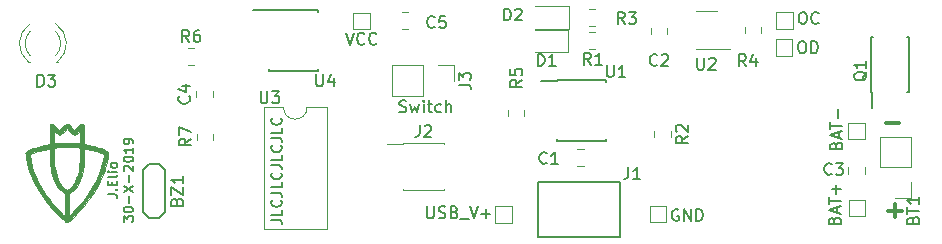
<source format=gbr>
G04 #@! TF.GenerationSoftware,KiCad,Pcbnew,(5.0.1)-4*
G04 #@! TF.CreationDate,2019-10-30T18:23:07+01:00*
G04 #@! TF.ProjectId,PCB,5043422E6B696361645F706362000000,rev?*
G04 #@! TF.SameCoordinates,Original*
G04 #@! TF.FileFunction,Legend,Top*
G04 #@! TF.FilePolarity,Positive*
%FSLAX46Y46*%
G04 Gerber Fmt 4.6, Leading zero omitted, Abs format (unit mm)*
G04 Created by KiCad (PCBNEW (5.0.1)-4) date 30/10/2019 18:23:07*
%MOMM*%
%LPD*%
G01*
G04 APERTURE LIST*
%ADD10C,0.200000*%
%ADD11C,0.150000*%
%ADD12C,0.300000*%
%ADD13C,0.120000*%
%ADD14C,0.010000*%
G04 APERTURE END LIST*
D10*
X121516042Y-118914342D02*
X122158900Y-118914342D01*
X122287471Y-118957200D01*
X122373185Y-119042914D01*
X122416042Y-119171485D01*
X122416042Y-119257200D01*
X122416042Y-118057200D02*
X122416042Y-118485771D01*
X121516042Y-118485771D01*
X122330328Y-117242914D02*
X122373185Y-117285771D01*
X122416042Y-117414342D01*
X122416042Y-117500057D01*
X122373185Y-117628628D01*
X122287471Y-117714342D01*
X122201757Y-117757200D01*
X122030328Y-117800057D01*
X121901757Y-117800057D01*
X121730328Y-117757200D01*
X121644614Y-117714342D01*
X121558900Y-117628628D01*
X121516042Y-117500057D01*
X121516042Y-117414342D01*
X121558900Y-117285771D01*
X121601757Y-117242914D01*
X121516042Y-116600057D02*
X122158900Y-116600057D01*
X122287471Y-116642914D01*
X122373185Y-116728628D01*
X122416042Y-116857200D01*
X122416042Y-116942914D01*
X122416042Y-115742914D02*
X122416042Y-116171485D01*
X121516042Y-116171485D01*
X122330328Y-114928628D02*
X122373185Y-114971485D01*
X122416042Y-115100057D01*
X122416042Y-115185771D01*
X122373185Y-115314342D01*
X122287471Y-115400057D01*
X122201757Y-115442914D01*
X122030328Y-115485771D01*
X121901757Y-115485771D01*
X121730328Y-115442914D01*
X121644614Y-115400057D01*
X121558900Y-115314342D01*
X121516042Y-115185771D01*
X121516042Y-115100057D01*
X121558900Y-114971485D01*
X121601757Y-114928628D01*
X121516042Y-114285771D02*
X122158900Y-114285771D01*
X122287471Y-114328628D01*
X122373185Y-114414342D01*
X122416042Y-114542914D01*
X122416042Y-114628628D01*
X122416042Y-113428628D02*
X122416042Y-113857200D01*
X121516042Y-113857200D01*
X122330328Y-112614342D02*
X122373185Y-112657200D01*
X122416042Y-112785771D01*
X122416042Y-112871485D01*
X122373185Y-113000057D01*
X122287471Y-113085771D01*
X122201757Y-113128628D01*
X122030328Y-113171485D01*
X121901757Y-113171485D01*
X121730328Y-113128628D01*
X121644614Y-113085771D01*
X121558900Y-113000057D01*
X121516042Y-112871485D01*
X121516042Y-112785771D01*
X121558900Y-112657200D01*
X121601757Y-112614342D01*
X121516042Y-111971485D02*
X122158900Y-111971485D01*
X122287471Y-112014342D01*
X122373185Y-112100057D01*
X122416042Y-112228628D01*
X122416042Y-112314342D01*
X122416042Y-111114342D02*
X122416042Y-111542914D01*
X121516042Y-111542914D01*
X122330328Y-110300057D02*
X122373185Y-110342914D01*
X122416042Y-110471485D01*
X122416042Y-110557200D01*
X122373185Y-110685771D01*
X122287471Y-110771485D01*
X122201757Y-110814342D01*
X122030328Y-110857200D01*
X121901757Y-110857200D01*
X121730328Y-110814342D01*
X121644614Y-110771485D01*
X121558900Y-110685771D01*
X121516042Y-110557200D01*
X121516042Y-110471485D01*
X121558900Y-110342914D01*
X121601757Y-110300057D01*
D11*
X107662404Y-116731900D02*
X108233833Y-116731900D01*
X108348119Y-116769995D01*
X108424309Y-116846185D01*
X108462404Y-116960471D01*
X108462404Y-117036661D01*
X108386214Y-116350947D02*
X108424309Y-116312852D01*
X108462404Y-116350947D01*
X108424309Y-116389042D01*
X108386214Y-116350947D01*
X108462404Y-116350947D01*
X108043357Y-115969995D02*
X108043357Y-115703328D01*
X108462404Y-115589042D02*
X108462404Y-115969995D01*
X107662404Y-115969995D01*
X107662404Y-115589042D01*
X108462404Y-115131900D02*
X108424309Y-115208090D01*
X108348119Y-115246185D01*
X107662404Y-115246185D01*
X108462404Y-114827138D02*
X107929071Y-114827138D01*
X107662404Y-114827138D02*
X107700500Y-114865233D01*
X107738595Y-114827138D01*
X107700500Y-114789042D01*
X107662404Y-114827138D01*
X107738595Y-114827138D01*
X108462404Y-114331900D02*
X108424309Y-114408090D01*
X108386214Y-114446185D01*
X108310023Y-114484280D01*
X108081452Y-114484280D01*
X108005261Y-114446185D01*
X107967166Y-114408090D01*
X107929071Y-114331900D01*
X107929071Y-114217614D01*
X107967166Y-114141423D01*
X108005261Y-114103328D01*
X108081452Y-114065233D01*
X108310023Y-114065233D01*
X108386214Y-114103328D01*
X108424309Y-114141423D01*
X108462404Y-114217614D01*
X108462404Y-114331900D01*
X109012404Y-119074757D02*
X109012404Y-118579519D01*
X109317166Y-118846185D01*
X109317166Y-118731900D01*
X109355261Y-118655709D01*
X109393357Y-118617614D01*
X109469547Y-118579519D01*
X109660023Y-118579519D01*
X109736214Y-118617614D01*
X109774309Y-118655709D01*
X109812404Y-118731900D01*
X109812404Y-118960471D01*
X109774309Y-119036661D01*
X109736214Y-119074757D01*
X109012404Y-118084280D02*
X109012404Y-118008090D01*
X109050500Y-117931900D01*
X109088595Y-117893804D01*
X109164785Y-117855709D01*
X109317166Y-117817614D01*
X109507642Y-117817614D01*
X109660023Y-117855709D01*
X109736214Y-117893804D01*
X109774309Y-117931900D01*
X109812404Y-118008090D01*
X109812404Y-118084280D01*
X109774309Y-118160471D01*
X109736214Y-118198566D01*
X109660023Y-118236661D01*
X109507642Y-118274757D01*
X109317166Y-118274757D01*
X109164785Y-118236661D01*
X109088595Y-118198566D01*
X109050500Y-118160471D01*
X109012404Y-118084280D01*
X109507642Y-117474757D02*
X109507642Y-116865233D01*
X109012404Y-116560471D02*
X109812404Y-116027138D01*
X109012404Y-116027138D02*
X109812404Y-116560471D01*
X109507642Y-115722376D02*
X109507642Y-115112852D01*
X109088595Y-114769995D02*
X109050500Y-114731900D01*
X109012404Y-114655709D01*
X109012404Y-114465233D01*
X109050500Y-114389042D01*
X109088595Y-114350947D01*
X109164785Y-114312852D01*
X109240976Y-114312852D01*
X109355261Y-114350947D01*
X109812404Y-114808090D01*
X109812404Y-114312852D01*
X109012404Y-113817614D02*
X109012404Y-113741423D01*
X109050500Y-113665233D01*
X109088595Y-113627138D01*
X109164785Y-113589042D01*
X109317166Y-113550947D01*
X109507642Y-113550947D01*
X109660023Y-113589042D01*
X109736214Y-113627138D01*
X109774309Y-113665233D01*
X109812404Y-113741423D01*
X109812404Y-113817614D01*
X109774309Y-113893804D01*
X109736214Y-113931900D01*
X109660023Y-113969995D01*
X109507642Y-114008090D01*
X109317166Y-114008090D01*
X109164785Y-113969995D01*
X109088595Y-113931900D01*
X109050500Y-113893804D01*
X109012404Y-113817614D01*
X109812404Y-112789042D02*
X109812404Y-113246185D01*
X109812404Y-113017614D02*
X109012404Y-113017614D01*
X109126690Y-113093804D01*
X109202880Y-113169995D01*
X109240976Y-113246185D01*
X109812404Y-112408090D02*
X109812404Y-112255709D01*
X109774309Y-112179519D01*
X109736214Y-112141423D01*
X109621928Y-112065233D01*
X109469547Y-112027138D01*
X109164785Y-112027138D01*
X109088595Y-112065233D01*
X109050500Y-112103328D01*
X109012404Y-112179519D01*
X109012404Y-112331900D01*
X109050500Y-112408090D01*
X109088595Y-112446185D01*
X109164785Y-112484280D01*
X109355261Y-112484280D01*
X109431452Y-112446185D01*
X109469547Y-112408090D01*
X109507642Y-112331900D01*
X109507642Y-112179519D01*
X109469547Y-112103328D01*
X109431452Y-112065233D01*
X109355261Y-112027138D01*
D10*
X132367614Y-109751761D02*
X132510471Y-109799380D01*
X132748566Y-109799380D01*
X132843804Y-109751761D01*
X132891423Y-109704142D01*
X132939042Y-109608904D01*
X132939042Y-109513666D01*
X132891423Y-109418428D01*
X132843804Y-109370809D01*
X132748566Y-109323190D01*
X132558090Y-109275571D01*
X132462852Y-109227952D01*
X132415233Y-109180333D01*
X132367614Y-109085095D01*
X132367614Y-108989857D01*
X132415233Y-108894619D01*
X132462852Y-108847000D01*
X132558090Y-108799380D01*
X132796185Y-108799380D01*
X132939042Y-108847000D01*
X133272376Y-109132714D02*
X133462852Y-109799380D01*
X133653328Y-109323190D01*
X133843804Y-109799380D01*
X134034280Y-109132714D01*
X134415233Y-109799380D02*
X134415233Y-109132714D01*
X134415233Y-108799380D02*
X134367614Y-108847000D01*
X134415233Y-108894619D01*
X134462852Y-108847000D01*
X134415233Y-108799380D01*
X134415233Y-108894619D01*
X134748566Y-109132714D02*
X135129519Y-109132714D01*
X134891423Y-108799380D02*
X134891423Y-109656523D01*
X134939042Y-109751761D01*
X135034280Y-109799380D01*
X135129519Y-109799380D01*
X135891423Y-109751761D02*
X135796185Y-109799380D01*
X135605709Y-109799380D01*
X135510471Y-109751761D01*
X135462852Y-109704142D01*
X135415233Y-109608904D01*
X135415233Y-109323190D01*
X135462852Y-109227952D01*
X135510471Y-109180333D01*
X135605709Y-109132714D01*
X135796185Y-109132714D01*
X135891423Y-109180333D01*
X136319995Y-109799380D02*
X136319995Y-108799380D01*
X136748566Y-109799380D02*
X136748566Y-109275571D01*
X136700947Y-109180333D01*
X136605709Y-109132714D01*
X136462852Y-109132714D01*
X136367614Y-109180333D01*
X136319995Y-109227952D01*
D12*
X173545571Y-110724142D02*
X174688428Y-110724142D01*
X173774171Y-118140942D02*
X174917028Y-118140942D01*
X174345600Y-118712371D02*
X174345600Y-117569514D01*
D11*
G04 #@! TO.C,BZ1*
X112494900Y-114659000D02*
X112494900Y-118259000D01*
X112494900Y-118259000D02*
X111994900Y-118759000D01*
X111994900Y-118759000D02*
X111194900Y-118759000D01*
X111194900Y-118759000D02*
X110694900Y-118259000D01*
X110694900Y-118259000D02*
X110694900Y-114659000D01*
X110694900Y-114659000D02*
X111194900Y-114159000D01*
X111194900Y-114159000D02*
X111994900Y-114159000D01*
X111994900Y-114159000D02*
X112494900Y-114659000D01*
D13*
G04 #@! TO.C,C1*
X147439748Y-112929600D02*
X147962252Y-112929600D01*
X147439748Y-114349600D02*
X147962252Y-114349600D01*
G04 #@! TO.C,C2*
X155065800Y-102698022D02*
X155065800Y-103215178D01*
X153645800Y-102698022D02*
X153645800Y-103215178D01*
G04 #@! TO.C,C3*
X171804400Y-114992678D02*
X171804400Y-114475522D01*
X170384400Y-114992678D02*
X170384400Y-114475522D01*
G04 #@! TO.C,C4*
X115139400Y-108536478D02*
X115139400Y-108019322D01*
X116559400Y-108536478D02*
X116559400Y-108019322D01*
G04 #@! TO.C,D1*
X143821800Y-104731700D02*
X146681800Y-104731700D01*
X146681800Y-104731700D02*
X146681800Y-102811700D01*
X146681800Y-102811700D02*
X143821800Y-102811700D01*
G04 #@! TO.C,D2*
X146732600Y-100830500D02*
X143872600Y-100830500D01*
X146732600Y-102750500D02*
X146732600Y-100830500D01*
X143872600Y-102750500D02*
X146732600Y-102750500D01*
D11*
G04 #@! TO.C,J1*
X144124800Y-115691000D02*
X144124800Y-120391000D01*
X144124800Y-120391000D02*
X151024800Y-120391000D01*
X151024800Y-120391000D02*
X151024800Y-115691000D01*
X151024800Y-115691000D02*
X144124800Y-115691000D01*
D13*
G04 #@! TO.C,J2*
X132646000Y-112436600D02*
X136176000Y-112436600D01*
X132646000Y-116366600D02*
X136176000Y-116366600D01*
X131321000Y-112501600D02*
X132646000Y-112501600D01*
X132646000Y-112436600D02*
X132646000Y-112501600D01*
X136176000Y-112436600D02*
X136176000Y-112501600D01*
X132646000Y-116301600D02*
X132646000Y-116366600D01*
X136176000Y-116301600D02*
X136176000Y-116366600D01*
D11*
G04 #@! TO.C,Q1*
X172263400Y-108065200D02*
X172363400Y-108065200D01*
X172263400Y-103415200D02*
X172463400Y-103415200D01*
X175513400Y-103415200D02*
X175313400Y-103415200D01*
X175513400Y-108065200D02*
X175313400Y-108065200D01*
X172263400Y-108065200D02*
X172263400Y-103415200D01*
X175513400Y-108065200D02*
X175513400Y-103415200D01*
X172363400Y-108065200D02*
X172363400Y-109415200D01*
D13*
G04 #@! TO.C,R1*
X148443048Y-103049000D02*
X148965552Y-103049000D01*
X148443048Y-104469000D02*
X148965552Y-104469000D01*
G04 #@! TO.C,R2*
X153963300Y-111388148D02*
X153963300Y-111910652D01*
X155383300Y-111388148D02*
X155383300Y-111910652D01*
G04 #@! TO.C,R3*
X148446748Y-101080500D02*
X148969252Y-101080500D01*
X148446748Y-102500500D02*
X148969252Y-102500500D01*
G04 #@! TO.C,R4*
X161596000Y-103080452D02*
X161596000Y-102557948D01*
X163016000Y-103080452D02*
X163016000Y-102557948D01*
G04 #@! TO.C,R5*
X141530000Y-109577348D02*
X141530000Y-110099852D01*
X142950000Y-109577348D02*
X142950000Y-110099852D01*
G04 #@! TO.C,R6*
X114470548Y-105764400D02*
X114993052Y-105764400D01*
X114470548Y-104344400D02*
X114993052Y-104344400D01*
G04 #@! TO.C,R7*
X115190200Y-112131852D02*
X115190200Y-111609348D01*
X116610200Y-112131852D02*
X116610200Y-111609348D01*
G04 #@! TO.C,TP1*
X140473200Y-119165600D02*
X140473200Y-117765600D01*
X141873200Y-119165600D02*
X140473200Y-119165600D01*
X141873200Y-117765600D02*
X141873200Y-119165600D01*
X140473200Y-117765600D02*
X141873200Y-117765600D01*
G04 #@! TO.C,TP2*
X170419800Y-118606800D02*
X170419800Y-117206800D01*
X170419800Y-117206800D02*
X171819800Y-117206800D01*
X171819800Y-117206800D02*
X171819800Y-118606800D01*
X171819800Y-118606800D02*
X170419800Y-118606800D01*
G04 #@! TO.C,TP3*
X164234900Y-105017800D02*
X164234900Y-103617800D01*
X165634900Y-105017800D02*
X164234900Y-105017800D01*
X165634900Y-103617800D02*
X165634900Y-105017800D01*
X164234900Y-103617800D02*
X165634900Y-103617800D01*
G04 #@! TO.C,TP4*
X170369000Y-112079000D02*
X170369000Y-110679000D01*
X170369000Y-110679000D02*
X171769000Y-110679000D01*
X171769000Y-110679000D02*
X171769000Y-112079000D01*
X171769000Y-112079000D02*
X170369000Y-112079000D01*
G04 #@! TO.C,TP5*
X164260300Y-101357200D02*
X165660300Y-101357200D01*
X165660300Y-101357200D02*
X165660300Y-102757200D01*
X165660300Y-102757200D02*
X164260300Y-102757200D01*
X164260300Y-102757200D02*
X164260300Y-101357200D01*
G04 #@! TO.C,TP6*
X153579600Y-117714800D02*
X154979600Y-117714800D01*
X154979600Y-117714800D02*
X154979600Y-119114800D01*
X154979600Y-119114800D02*
X153579600Y-119114800D01*
X153579600Y-119114800D02*
X153579600Y-117714800D01*
G04 #@! TO.C,TP7*
X128471700Y-102769900D02*
X128471700Y-101369900D01*
X129871700Y-102769900D02*
X128471700Y-102769900D01*
X129871700Y-101369900D02*
X129871700Y-102769900D01*
X128471700Y-101369900D02*
X129871700Y-101369900D01*
D11*
G04 #@! TO.C,U1*
X145735200Y-107152200D02*
X144335200Y-107152200D01*
X145735200Y-112252200D02*
X149885200Y-112252200D01*
X145735200Y-107102200D02*
X149885200Y-107102200D01*
X145735200Y-112252200D02*
X145735200Y-112107200D01*
X149885200Y-112252200D02*
X149885200Y-112107200D01*
X149885200Y-107102200D02*
X149885200Y-107247200D01*
X145735200Y-107102200D02*
X145735200Y-107152200D01*
D13*
G04 #@! TO.C,U2*
X159239800Y-101237100D02*
X157439800Y-101237100D01*
X157439800Y-104457100D02*
X160389800Y-104457100D01*
G04 #@! TO.C,U3*
X124545600Y-109388600D02*
G75*
G02X122545600Y-109388600I-1000000J0D01*
G01*
X122545600Y-109388600D02*
X120895600Y-109388600D01*
X120895600Y-109388600D02*
X120895600Y-119668600D01*
X120895600Y-119668600D02*
X126195600Y-119668600D01*
X126195600Y-119668600D02*
X126195600Y-109388600D01*
X126195600Y-109388600D02*
X124545600Y-109388600D01*
D11*
G04 #@! TO.C,U4*
X121343600Y-101133200D02*
X121343600Y-101183200D01*
X125493600Y-101133200D02*
X125493600Y-101278200D01*
X125493600Y-106283200D02*
X125493600Y-106138200D01*
X121343600Y-106283200D02*
X121343600Y-106138200D01*
X121343600Y-101133200D02*
X125493600Y-101133200D01*
X121343600Y-106283200D02*
X125493600Y-106283200D01*
X121343600Y-101183200D02*
X119943600Y-101183200D01*
D14*
G04 #@! TO.C,G\002A\002A\002A*
G36*
X104252288Y-110764068D02*
X104298194Y-110789315D01*
X104359930Y-110837155D01*
X104443505Y-110912300D01*
X104554932Y-111019464D01*
X104569350Y-111033607D01*
X104851200Y-111310515D01*
X105141320Y-111033607D01*
X105263314Y-110919178D01*
X105356645Y-110838137D01*
X105427860Y-110787252D01*
X105483505Y-110763293D01*
X105530127Y-110763028D01*
X105574271Y-110783226D01*
X105604036Y-110805229D01*
X105664000Y-110853758D01*
X105671348Y-111681296D01*
X105678696Y-112508833D01*
X105734848Y-112520766D01*
X105790014Y-112531834D01*
X105874081Y-112548004D01*
X105943400Y-112561029D01*
X106091107Y-112591787D01*
X106271729Y-112634454D01*
X106469954Y-112684965D01*
X106670471Y-112739255D01*
X106857972Y-112793261D01*
X107017146Y-112842919D01*
X107061000Y-112857711D01*
X107267501Y-112931080D01*
X107429033Y-112993035D01*
X107549654Y-113045460D01*
X107633424Y-113090238D01*
X107684402Y-113129251D01*
X107703473Y-113155671D01*
X107715527Y-113222380D01*
X107712804Y-113330646D01*
X107696762Y-113473891D01*
X107668855Y-113645537D01*
X107630541Y-113839004D01*
X107583275Y-114047713D01*
X107528515Y-114265086D01*
X107467716Y-114484544D01*
X107402334Y-114699508D01*
X107333826Y-114903399D01*
X107290564Y-115020988D01*
X107045884Y-115594561D01*
X106753613Y-116162196D01*
X106416943Y-116719335D01*
X106039063Y-117261420D01*
X105623164Y-117783890D01*
X105172437Y-118282189D01*
X104690073Y-118751756D01*
X104660700Y-118778459D01*
X104520991Y-118902780D01*
X104411677Y-118994543D01*
X104327599Y-119057477D01*
X104263599Y-119095310D01*
X104214519Y-119111769D01*
X104197492Y-119113205D01*
X104159046Y-119097627D01*
X104094265Y-119055961D01*
X104014715Y-118995946D01*
X103981592Y-118968738D01*
X103673155Y-118698552D01*
X103373560Y-118415737D01*
X103099244Y-118135948D01*
X103039831Y-118071900D01*
X102588785Y-117548922D01*
X102183409Y-117014236D01*
X101824492Y-116469296D01*
X101512821Y-115915555D01*
X101249184Y-115354466D01*
X101034370Y-114787483D01*
X100869166Y-114216059D01*
X100812247Y-113962878D01*
X100777261Y-113781209D01*
X100748203Y-113608282D01*
X100726101Y-113452253D01*
X100713249Y-113333014D01*
X101050634Y-113333014D01*
X101067015Y-113460907D01*
X101149875Y-113937948D01*
X101277271Y-114429049D01*
X101447223Y-114927855D01*
X101657748Y-115428014D01*
X101724938Y-115570000D01*
X101934229Y-115977857D01*
X102156272Y-116362021D01*
X102397917Y-116732575D01*
X102666013Y-117099602D01*
X102967409Y-117473184D01*
X103201548Y-117743630D01*
X103290625Y-117841293D01*
X103394262Y-117950611D01*
X103506495Y-118065755D01*
X103621357Y-118180901D01*
X103732882Y-118290221D01*
X103835105Y-118387890D01*
X103922059Y-118468080D01*
X103987779Y-118524966D01*
X104026299Y-118552721D01*
X104031828Y-118554500D01*
X104036194Y-118530032D01*
X104040213Y-118460357D01*
X104043771Y-118351068D01*
X104046753Y-118207756D01*
X104049045Y-118036014D01*
X104050531Y-117841434D01*
X104051097Y-117629609D01*
X104051100Y-117615352D01*
X104051100Y-116679749D01*
X104381300Y-116679749D01*
X104381300Y-117617124D01*
X104381733Y-117829670D01*
X104382967Y-118025330D01*
X104384902Y-118198506D01*
X104387439Y-118343599D01*
X104390480Y-118455014D01*
X104393924Y-118527151D01*
X104397673Y-118554413D01*
X104397900Y-118554500D01*
X104420726Y-118537579D01*
X104473089Y-118490825D01*
X104548527Y-118420244D01*
X104640580Y-118331847D01*
X104705176Y-118268750D01*
X105185080Y-117766911D01*
X105621632Y-117248069D01*
X106013855Y-116713960D01*
X106360768Y-116166321D01*
X106661395Y-115606886D01*
X106914755Y-115037393D01*
X107119871Y-114459577D01*
X107275764Y-113875174D01*
X107328916Y-113614200D01*
X107349560Y-113498484D01*
X107360397Y-113422378D01*
X107361602Y-113375686D01*
X107353350Y-113348207D01*
X107335815Y-113329743D01*
X107333823Y-113328202D01*
X107282107Y-113300920D01*
X107188950Y-113263922D01*
X107062263Y-113219525D01*
X106909959Y-113170050D01*
X106739950Y-113117814D01*
X106560146Y-113065138D01*
X106378462Y-113014338D01*
X106202808Y-112967736D01*
X106041097Y-112927649D01*
X105901241Y-112896396D01*
X105792712Y-112876529D01*
X105676700Y-112859131D01*
X105676323Y-113198565D01*
X105662832Y-113727722D01*
X105623748Y-114219348D01*
X105559334Y-114672251D01*
X105469851Y-115085239D01*
X105355561Y-115457117D01*
X105216726Y-115786694D01*
X105053609Y-116072777D01*
X105041116Y-116091396D01*
X104935147Y-116229819D01*
X104809215Y-116366493D01*
X104676635Y-116488437D01*
X104550723Y-116582667D01*
X104515160Y-116604202D01*
X104381300Y-116679749D01*
X104051100Y-116679749D01*
X104051100Y-116676204D01*
X103968550Y-116634457D01*
X103771587Y-116508071D01*
X103585731Y-116335302D01*
X103413723Y-116119875D01*
X103258306Y-115865514D01*
X103122223Y-115575944D01*
X103052036Y-115389867D01*
X102969303Y-115125479D01*
X102902169Y-114852914D01*
X102849411Y-114564016D01*
X102809805Y-114250633D01*
X102782129Y-113904612D01*
X102765161Y-113517798D01*
X102763772Y-113467723D01*
X102747978Y-112864046D01*
X102656589Y-112879739D01*
X102241172Y-112964825D01*
X101807546Y-113079348D01*
X101374785Y-113218239D01*
X101350717Y-113226722D01*
X101050634Y-113333014D01*
X100713249Y-113333014D01*
X100711984Y-113321279D01*
X100706880Y-113223517D01*
X100711817Y-113167125D01*
X100711882Y-113166918D01*
X100742355Y-113128127D01*
X100803405Y-113082269D01*
X100849355Y-113056081D01*
X100976723Y-112998989D01*
X101144296Y-112935103D01*
X101342415Y-112867340D01*
X101489947Y-112821042D01*
X103105580Y-112821042D01*
X103118110Y-113509721D01*
X103123245Y-113745598D01*
X103129584Y-113939513D01*
X103137715Y-114100304D01*
X103148222Y-114236805D01*
X103161692Y-114357852D01*
X103178711Y-114472280D01*
X103183992Y-114503200D01*
X103261813Y-114883938D01*
X103354662Y-115219587D01*
X103464065Y-115514029D01*
X103591550Y-115771148D01*
X103738643Y-115994828D01*
X103801337Y-116073462D01*
X103870491Y-116145158D01*
X103956149Y-116219092D01*
X104046269Y-116286489D01*
X104128811Y-116338574D01*
X104191734Y-116366573D01*
X104206955Y-116369059D01*
X104247571Y-116356112D01*
X104315458Y-116321059D01*
X104396502Y-116271250D01*
X104402974Y-116266953D01*
X104582677Y-116117699D01*
X104744691Y-115923117D01*
X104888227Y-115685787D01*
X105012496Y-115408289D01*
X105116708Y-115093203D01*
X105200072Y-114743107D01*
X105261798Y-114360582D01*
X105301098Y-113948207D01*
X105317181Y-113508561D01*
X105316348Y-113284000D01*
X105308400Y-112801400D01*
X105168700Y-112783912D01*
X105016949Y-112769137D01*
X104833549Y-112758079D01*
X104626931Y-112750643D01*
X104405522Y-112746738D01*
X104177753Y-112746269D01*
X103952053Y-112749145D01*
X103736852Y-112755271D01*
X103540580Y-112764556D01*
X103371665Y-112776905D01*
X103238538Y-112792226D01*
X103165590Y-112806022D01*
X103105580Y-112821042D01*
X101489947Y-112821042D01*
X101561419Y-112798613D01*
X101791651Y-112731838D01*
X102023451Y-112669928D01*
X102247160Y-112615800D01*
X102450900Y-112572793D01*
X102554750Y-112552390D01*
X102643043Y-112534191D01*
X102701074Y-112521256D01*
X102711250Y-112518615D01*
X102723604Y-112511985D01*
X102733443Y-112496462D01*
X102741049Y-112466808D01*
X102746707Y-112417787D01*
X102750701Y-112344163D01*
X102753313Y-112240700D01*
X102754827Y-112102162D01*
X102755528Y-111923311D01*
X102755699Y-111698912D01*
X102755700Y-111698213D01*
X102755820Y-111474020D01*
X102756287Y-111332090D01*
X103111300Y-111332090D01*
X103111300Y-112461150D01*
X103333550Y-112440775D01*
X103420386Y-112435211D01*
X103548328Y-112430227D01*
X103707683Y-112426038D01*
X103888757Y-112422864D01*
X104081859Y-112420921D01*
X104241600Y-112420400D01*
X104435513Y-112421107D01*
X104623646Y-112423100D01*
X104796699Y-112426179D01*
X104945376Y-112430148D01*
X105060378Y-112434810D01*
X105124250Y-112439126D01*
X105321100Y-112457852D01*
X105321100Y-111332090D01*
X105120816Y-111526995D01*
X105026995Y-111616961D01*
X104952884Y-111678889D01*
X104890091Y-111711665D01*
X104830227Y-111714177D01*
X104764899Y-111685311D01*
X104685717Y-111623953D01*
X104584289Y-111528992D01*
X104498049Y-111444379D01*
X104216200Y-111166858D01*
X103930765Y-111444379D01*
X103811453Y-111558160D01*
X103721180Y-111638616D01*
X103654683Y-111689894D01*
X103606701Y-111716138D01*
X103578598Y-111721900D01*
X103533337Y-111709867D01*
X103472178Y-111670814D01*
X103389052Y-111600311D01*
X103311583Y-111526995D01*
X103111300Y-111332090D01*
X102756287Y-111332090D01*
X102756410Y-111294980D01*
X102757808Y-111155445D01*
X102760354Y-111049769D01*
X102764389Y-110972306D01*
X102770252Y-110917407D01*
X102778283Y-110879426D01*
X102788822Y-110852716D01*
X102802209Y-110831630D01*
X102808343Y-110823625D01*
X102848746Y-110780553D01*
X102890356Y-110759262D01*
X102939059Y-110762367D01*
X103000739Y-110792484D01*
X103081283Y-110852226D01*
X103186575Y-110944210D01*
X103284557Y-111035203D01*
X103580340Y-111313707D01*
X103862620Y-111035203D01*
X103977385Y-110923818D01*
X104063675Y-110845014D01*
X104127491Y-110794065D01*
X104174834Y-110766242D01*
X104211707Y-110756820D01*
X104216199Y-110756700D01*
X104252288Y-110764068D01*
X104252288Y-110764068D01*
G37*
X104252288Y-110764068D02*
X104298194Y-110789315D01*
X104359930Y-110837155D01*
X104443505Y-110912300D01*
X104554932Y-111019464D01*
X104569350Y-111033607D01*
X104851200Y-111310515D01*
X105141320Y-111033607D01*
X105263314Y-110919178D01*
X105356645Y-110838137D01*
X105427860Y-110787252D01*
X105483505Y-110763293D01*
X105530127Y-110763028D01*
X105574271Y-110783226D01*
X105604036Y-110805229D01*
X105664000Y-110853758D01*
X105671348Y-111681296D01*
X105678696Y-112508833D01*
X105734848Y-112520766D01*
X105790014Y-112531834D01*
X105874081Y-112548004D01*
X105943400Y-112561029D01*
X106091107Y-112591787D01*
X106271729Y-112634454D01*
X106469954Y-112684965D01*
X106670471Y-112739255D01*
X106857972Y-112793261D01*
X107017146Y-112842919D01*
X107061000Y-112857711D01*
X107267501Y-112931080D01*
X107429033Y-112993035D01*
X107549654Y-113045460D01*
X107633424Y-113090238D01*
X107684402Y-113129251D01*
X107703473Y-113155671D01*
X107715527Y-113222380D01*
X107712804Y-113330646D01*
X107696762Y-113473891D01*
X107668855Y-113645537D01*
X107630541Y-113839004D01*
X107583275Y-114047713D01*
X107528515Y-114265086D01*
X107467716Y-114484544D01*
X107402334Y-114699508D01*
X107333826Y-114903399D01*
X107290564Y-115020988D01*
X107045884Y-115594561D01*
X106753613Y-116162196D01*
X106416943Y-116719335D01*
X106039063Y-117261420D01*
X105623164Y-117783890D01*
X105172437Y-118282189D01*
X104690073Y-118751756D01*
X104660700Y-118778459D01*
X104520991Y-118902780D01*
X104411677Y-118994543D01*
X104327599Y-119057477D01*
X104263599Y-119095310D01*
X104214519Y-119111769D01*
X104197492Y-119113205D01*
X104159046Y-119097627D01*
X104094265Y-119055961D01*
X104014715Y-118995946D01*
X103981592Y-118968738D01*
X103673155Y-118698552D01*
X103373560Y-118415737D01*
X103099244Y-118135948D01*
X103039831Y-118071900D01*
X102588785Y-117548922D01*
X102183409Y-117014236D01*
X101824492Y-116469296D01*
X101512821Y-115915555D01*
X101249184Y-115354466D01*
X101034370Y-114787483D01*
X100869166Y-114216059D01*
X100812247Y-113962878D01*
X100777261Y-113781209D01*
X100748203Y-113608282D01*
X100726101Y-113452253D01*
X100713249Y-113333014D01*
X101050634Y-113333014D01*
X101067015Y-113460907D01*
X101149875Y-113937948D01*
X101277271Y-114429049D01*
X101447223Y-114927855D01*
X101657748Y-115428014D01*
X101724938Y-115570000D01*
X101934229Y-115977857D01*
X102156272Y-116362021D01*
X102397917Y-116732575D01*
X102666013Y-117099602D01*
X102967409Y-117473184D01*
X103201548Y-117743630D01*
X103290625Y-117841293D01*
X103394262Y-117950611D01*
X103506495Y-118065755D01*
X103621357Y-118180901D01*
X103732882Y-118290221D01*
X103835105Y-118387890D01*
X103922059Y-118468080D01*
X103987779Y-118524966D01*
X104026299Y-118552721D01*
X104031828Y-118554500D01*
X104036194Y-118530032D01*
X104040213Y-118460357D01*
X104043771Y-118351068D01*
X104046753Y-118207756D01*
X104049045Y-118036014D01*
X104050531Y-117841434D01*
X104051097Y-117629609D01*
X104051100Y-117615352D01*
X104051100Y-116679749D01*
X104381300Y-116679749D01*
X104381300Y-117617124D01*
X104381733Y-117829670D01*
X104382967Y-118025330D01*
X104384902Y-118198506D01*
X104387439Y-118343599D01*
X104390480Y-118455014D01*
X104393924Y-118527151D01*
X104397673Y-118554413D01*
X104397900Y-118554500D01*
X104420726Y-118537579D01*
X104473089Y-118490825D01*
X104548527Y-118420244D01*
X104640580Y-118331847D01*
X104705176Y-118268750D01*
X105185080Y-117766911D01*
X105621632Y-117248069D01*
X106013855Y-116713960D01*
X106360768Y-116166321D01*
X106661395Y-115606886D01*
X106914755Y-115037393D01*
X107119871Y-114459577D01*
X107275764Y-113875174D01*
X107328916Y-113614200D01*
X107349560Y-113498484D01*
X107360397Y-113422378D01*
X107361602Y-113375686D01*
X107353350Y-113348207D01*
X107335815Y-113329743D01*
X107333823Y-113328202D01*
X107282107Y-113300920D01*
X107188950Y-113263922D01*
X107062263Y-113219525D01*
X106909959Y-113170050D01*
X106739950Y-113117814D01*
X106560146Y-113065138D01*
X106378462Y-113014338D01*
X106202808Y-112967736D01*
X106041097Y-112927649D01*
X105901241Y-112896396D01*
X105792712Y-112876529D01*
X105676700Y-112859131D01*
X105676323Y-113198565D01*
X105662832Y-113727722D01*
X105623748Y-114219348D01*
X105559334Y-114672251D01*
X105469851Y-115085239D01*
X105355561Y-115457117D01*
X105216726Y-115786694D01*
X105053609Y-116072777D01*
X105041116Y-116091396D01*
X104935147Y-116229819D01*
X104809215Y-116366493D01*
X104676635Y-116488437D01*
X104550723Y-116582667D01*
X104515160Y-116604202D01*
X104381300Y-116679749D01*
X104051100Y-116679749D01*
X104051100Y-116676204D01*
X103968550Y-116634457D01*
X103771587Y-116508071D01*
X103585731Y-116335302D01*
X103413723Y-116119875D01*
X103258306Y-115865514D01*
X103122223Y-115575944D01*
X103052036Y-115389867D01*
X102969303Y-115125479D01*
X102902169Y-114852914D01*
X102849411Y-114564016D01*
X102809805Y-114250633D01*
X102782129Y-113904612D01*
X102765161Y-113517798D01*
X102763772Y-113467723D01*
X102747978Y-112864046D01*
X102656589Y-112879739D01*
X102241172Y-112964825D01*
X101807546Y-113079348D01*
X101374785Y-113218239D01*
X101350717Y-113226722D01*
X101050634Y-113333014D01*
X100713249Y-113333014D01*
X100711984Y-113321279D01*
X100706880Y-113223517D01*
X100711817Y-113167125D01*
X100711882Y-113166918D01*
X100742355Y-113128127D01*
X100803405Y-113082269D01*
X100849355Y-113056081D01*
X100976723Y-112998989D01*
X101144296Y-112935103D01*
X101342415Y-112867340D01*
X101489947Y-112821042D01*
X103105580Y-112821042D01*
X103118110Y-113509721D01*
X103123245Y-113745598D01*
X103129584Y-113939513D01*
X103137715Y-114100304D01*
X103148222Y-114236805D01*
X103161692Y-114357852D01*
X103178711Y-114472280D01*
X103183992Y-114503200D01*
X103261813Y-114883938D01*
X103354662Y-115219587D01*
X103464065Y-115514029D01*
X103591550Y-115771148D01*
X103738643Y-115994828D01*
X103801337Y-116073462D01*
X103870491Y-116145158D01*
X103956149Y-116219092D01*
X104046269Y-116286489D01*
X104128811Y-116338574D01*
X104191734Y-116366573D01*
X104206955Y-116369059D01*
X104247571Y-116356112D01*
X104315458Y-116321059D01*
X104396502Y-116271250D01*
X104402974Y-116266953D01*
X104582677Y-116117699D01*
X104744691Y-115923117D01*
X104888227Y-115685787D01*
X105012496Y-115408289D01*
X105116708Y-115093203D01*
X105200072Y-114743107D01*
X105261798Y-114360582D01*
X105301098Y-113948207D01*
X105317181Y-113508561D01*
X105316348Y-113284000D01*
X105308400Y-112801400D01*
X105168700Y-112783912D01*
X105016949Y-112769137D01*
X104833549Y-112758079D01*
X104626931Y-112750643D01*
X104405522Y-112746738D01*
X104177753Y-112746269D01*
X103952053Y-112749145D01*
X103736852Y-112755271D01*
X103540580Y-112764556D01*
X103371665Y-112776905D01*
X103238538Y-112792226D01*
X103165590Y-112806022D01*
X103105580Y-112821042D01*
X101489947Y-112821042D01*
X101561419Y-112798613D01*
X101791651Y-112731838D01*
X102023451Y-112669928D01*
X102247160Y-112615800D01*
X102450900Y-112572793D01*
X102554750Y-112552390D01*
X102643043Y-112534191D01*
X102701074Y-112521256D01*
X102711250Y-112518615D01*
X102723604Y-112511985D01*
X102733443Y-112496462D01*
X102741049Y-112466808D01*
X102746707Y-112417787D01*
X102750701Y-112344163D01*
X102753313Y-112240700D01*
X102754827Y-112102162D01*
X102755528Y-111923311D01*
X102755699Y-111698912D01*
X102755700Y-111698213D01*
X102755820Y-111474020D01*
X102756287Y-111332090D01*
X103111300Y-111332090D01*
X103111300Y-112461150D01*
X103333550Y-112440775D01*
X103420386Y-112435211D01*
X103548328Y-112430227D01*
X103707683Y-112426038D01*
X103888757Y-112422864D01*
X104081859Y-112420921D01*
X104241600Y-112420400D01*
X104435513Y-112421107D01*
X104623646Y-112423100D01*
X104796699Y-112426179D01*
X104945376Y-112430148D01*
X105060378Y-112434810D01*
X105124250Y-112439126D01*
X105321100Y-112457852D01*
X105321100Y-111332090D01*
X105120816Y-111526995D01*
X105026995Y-111616961D01*
X104952884Y-111678889D01*
X104890091Y-111711665D01*
X104830227Y-111714177D01*
X104764899Y-111685311D01*
X104685717Y-111623953D01*
X104584289Y-111528992D01*
X104498049Y-111444379D01*
X104216200Y-111166858D01*
X103930765Y-111444379D01*
X103811453Y-111558160D01*
X103721180Y-111638616D01*
X103654683Y-111689894D01*
X103606701Y-111716138D01*
X103578598Y-111721900D01*
X103533337Y-111709867D01*
X103472178Y-111670814D01*
X103389052Y-111600311D01*
X103311583Y-111526995D01*
X103111300Y-111332090D01*
X102756287Y-111332090D01*
X102756410Y-111294980D01*
X102757808Y-111155445D01*
X102760354Y-111049769D01*
X102764389Y-110972306D01*
X102770252Y-110917407D01*
X102778283Y-110879426D01*
X102788822Y-110852716D01*
X102802209Y-110831630D01*
X102808343Y-110823625D01*
X102848746Y-110780553D01*
X102890356Y-110759262D01*
X102939059Y-110762367D01*
X103000739Y-110792484D01*
X103081283Y-110852226D01*
X103186575Y-110944210D01*
X103284557Y-111035203D01*
X103580340Y-111313707D01*
X103862620Y-111035203D01*
X103977385Y-110923818D01*
X104063675Y-110845014D01*
X104127491Y-110794065D01*
X104174834Y-110766242D01*
X104211707Y-110756820D01*
X104216199Y-110756700D01*
X104252288Y-110764068D01*
D13*
G04 #@! TO.C,D3*
X101105592Y-102315265D02*
G75*
G03X100948684Y-105547600I1078608J-1672335D01*
G01*
X103262808Y-102315265D02*
G75*
G02X103419716Y-105547600I-1078608J-1672335D01*
G01*
X101104363Y-102946470D02*
G75*
G03X101104200Y-105028561I1079837J-1041130D01*
G01*
X103264037Y-102946470D02*
G75*
G02X103264200Y-105028561I-1079837J-1041130D01*
G01*
X100948200Y-105547600D02*
X101104200Y-105547600D01*
X103264200Y-105547600D02*
X103420200Y-105547600D01*
G04 #@! TO.C,BT1*
X175675600Y-117065100D02*
X174345600Y-117065100D01*
X175675600Y-115735100D02*
X175675600Y-117065100D01*
X175675600Y-114465100D02*
X173015600Y-114465100D01*
X173015600Y-114465100D02*
X173015600Y-111865100D01*
X175675600Y-114465100D02*
X175675600Y-111865100D01*
X175675600Y-111865100D02*
X173015600Y-111865100D01*
G04 #@! TO.C,J3*
X131753300Y-105794500D02*
X131753300Y-108454500D01*
X134353300Y-105794500D02*
X131753300Y-105794500D01*
X134353300Y-108454500D02*
X131753300Y-108454500D01*
X134353300Y-105794500D02*
X134353300Y-108454500D01*
X135623300Y-105794500D02*
X136953300Y-105794500D01*
X136953300Y-105794500D02*
X136953300Y-107124500D01*
G04 #@! TO.C,C5*
X132551648Y-101347200D02*
X133074152Y-101347200D01*
X132551648Y-102767200D02*
X133074152Y-102767200D01*
G04 #@! TO.C,BZ1*
D11*
X113523471Y-117369952D02*
X113571090Y-117227095D01*
X113618709Y-117179476D01*
X113713947Y-117131857D01*
X113856804Y-117131857D01*
X113952042Y-117179476D01*
X113999661Y-117227095D01*
X114047280Y-117322333D01*
X114047280Y-117703285D01*
X113047280Y-117703285D01*
X113047280Y-117369952D01*
X113094900Y-117274714D01*
X113142519Y-117227095D01*
X113237757Y-117179476D01*
X113332995Y-117179476D01*
X113428233Y-117227095D01*
X113475852Y-117274714D01*
X113523471Y-117369952D01*
X113523471Y-117703285D01*
X113047280Y-116798523D02*
X113047280Y-116131857D01*
X114047280Y-116798523D01*
X114047280Y-116131857D01*
X114047280Y-115227095D02*
X114047280Y-115798523D01*
X114047280Y-115512809D02*
X113047280Y-115512809D01*
X113190138Y-115608047D01*
X113285376Y-115703285D01*
X113332995Y-115798523D01*
G04 #@! TO.C,C1*
X144841933Y-114085642D02*
X144794314Y-114133261D01*
X144651457Y-114180880D01*
X144556219Y-114180880D01*
X144413361Y-114133261D01*
X144318123Y-114038023D01*
X144270504Y-113942785D01*
X144222885Y-113752309D01*
X144222885Y-113609452D01*
X144270504Y-113418976D01*
X144318123Y-113323738D01*
X144413361Y-113228500D01*
X144556219Y-113180880D01*
X144651457Y-113180880D01*
X144794314Y-113228500D01*
X144841933Y-113276119D01*
X145794314Y-114180880D02*
X145222885Y-114180880D01*
X145508600Y-114180880D02*
X145508600Y-113180880D01*
X145413361Y-113323738D01*
X145318123Y-113418976D01*
X145222885Y-113466595D01*
G04 #@! TO.C,C2*
X154189133Y-105792542D02*
X154141514Y-105840161D01*
X153998657Y-105887780D01*
X153903419Y-105887780D01*
X153760561Y-105840161D01*
X153665323Y-105744923D01*
X153617704Y-105649685D01*
X153570085Y-105459209D01*
X153570085Y-105316352D01*
X153617704Y-105125876D01*
X153665323Y-105030638D01*
X153760561Y-104935400D01*
X153903419Y-104887780D01*
X153998657Y-104887780D01*
X154141514Y-104935400D01*
X154189133Y-104983019D01*
X154570085Y-104983019D02*
X154617704Y-104935400D01*
X154712942Y-104887780D01*
X154951038Y-104887780D01*
X155046276Y-104935400D01*
X155093895Y-104983019D01*
X155141514Y-105078257D01*
X155141514Y-105173495D01*
X155093895Y-105316352D01*
X154522466Y-105887780D01*
X155141514Y-105887780D01*
G04 #@! TO.C,C3*
X168971933Y-115012742D02*
X168924314Y-115060361D01*
X168781457Y-115107980D01*
X168686219Y-115107980D01*
X168543361Y-115060361D01*
X168448123Y-114965123D01*
X168400504Y-114869885D01*
X168352885Y-114679409D01*
X168352885Y-114536552D01*
X168400504Y-114346076D01*
X168448123Y-114250838D01*
X168543361Y-114155600D01*
X168686219Y-114107980D01*
X168781457Y-114107980D01*
X168924314Y-114155600D01*
X168971933Y-114203219D01*
X169305266Y-114107980D02*
X169924314Y-114107980D01*
X169590980Y-114488933D01*
X169733838Y-114488933D01*
X169829076Y-114536552D01*
X169876695Y-114584171D01*
X169924314Y-114679409D01*
X169924314Y-114917504D01*
X169876695Y-115012742D01*
X169829076Y-115060361D01*
X169733838Y-115107980D01*
X169448123Y-115107980D01*
X169352885Y-115060361D01*
X169305266Y-115012742D01*
G04 #@! TO.C,C4*
X114556542Y-108444566D02*
X114604161Y-108492185D01*
X114651780Y-108635042D01*
X114651780Y-108730280D01*
X114604161Y-108873138D01*
X114508923Y-108968376D01*
X114413685Y-109015995D01*
X114223209Y-109063614D01*
X114080352Y-109063614D01*
X113889876Y-109015995D01*
X113794638Y-108968376D01*
X113699400Y-108873138D01*
X113651780Y-108730280D01*
X113651780Y-108635042D01*
X113699400Y-108492185D01*
X113747019Y-108444566D01*
X113985114Y-107587423D02*
X114651780Y-107587423D01*
X113604161Y-107825519D02*
X114318447Y-108063614D01*
X114318447Y-107444566D01*
G04 #@! TO.C,D1*
X144083704Y-105874080D02*
X144083704Y-104874080D01*
X144321800Y-104874080D01*
X144464657Y-104921700D01*
X144559895Y-105016938D01*
X144607514Y-105112176D01*
X144655133Y-105302652D01*
X144655133Y-105445509D01*
X144607514Y-105635985D01*
X144559895Y-105731223D01*
X144464657Y-105826461D01*
X144321800Y-105874080D01*
X144083704Y-105874080D01*
X145607514Y-105874080D02*
X145036085Y-105874080D01*
X145321800Y-105874080D02*
X145321800Y-104874080D01*
X145226561Y-105016938D01*
X145131323Y-105112176D01*
X145036085Y-105159795D01*
G04 #@! TO.C,D2*
X141222504Y-102026980D02*
X141222504Y-101026980D01*
X141460600Y-101026980D01*
X141603457Y-101074600D01*
X141698695Y-101169838D01*
X141746314Y-101265076D01*
X141793933Y-101455552D01*
X141793933Y-101598409D01*
X141746314Y-101788885D01*
X141698695Y-101884123D01*
X141603457Y-101979361D01*
X141460600Y-102026980D01*
X141222504Y-102026980D01*
X142174885Y-101122219D02*
X142222504Y-101074600D01*
X142317742Y-101026980D01*
X142555838Y-101026980D01*
X142651076Y-101074600D01*
X142698695Y-101122219D01*
X142746314Y-101217457D01*
X142746314Y-101312695D01*
X142698695Y-101455552D01*
X142127266Y-102026980D01*
X142746314Y-102026980D01*
G04 #@! TO.C,J1*
X151749166Y-114450880D02*
X151749166Y-115165166D01*
X151701547Y-115308023D01*
X151606309Y-115403261D01*
X151463452Y-115450880D01*
X151368214Y-115450880D01*
X152749166Y-115450880D02*
X152177738Y-115450880D01*
X152463452Y-115450880D02*
X152463452Y-114450880D01*
X152368214Y-114593738D01*
X152272976Y-114688976D01*
X152177738Y-114736595D01*
G04 #@! TO.C,J2*
X134077666Y-110888980D02*
X134077666Y-111603266D01*
X134030047Y-111746123D01*
X133934809Y-111841361D01*
X133791952Y-111888980D01*
X133696714Y-111888980D01*
X134506238Y-110984219D02*
X134553857Y-110936600D01*
X134649095Y-110888980D01*
X134887190Y-110888980D01*
X134982428Y-110936600D01*
X135030047Y-110984219D01*
X135077666Y-111079457D01*
X135077666Y-111174695D01*
X135030047Y-111317552D01*
X134458619Y-111888980D01*
X135077666Y-111888980D01*
G04 #@! TO.C,Q1*
X171959519Y-106381538D02*
X171911900Y-106476776D01*
X171816661Y-106572014D01*
X171673804Y-106714871D01*
X171626185Y-106810109D01*
X171626185Y-106905347D01*
X171864280Y-106857728D02*
X171816661Y-106952966D01*
X171721423Y-107048204D01*
X171530947Y-107095823D01*
X171197614Y-107095823D01*
X171007138Y-107048204D01*
X170911900Y-106952966D01*
X170864280Y-106857728D01*
X170864280Y-106667252D01*
X170911900Y-106572014D01*
X171007138Y-106476776D01*
X171197614Y-106429157D01*
X171530947Y-106429157D01*
X171721423Y-106476776D01*
X171816661Y-106572014D01*
X171864280Y-106667252D01*
X171864280Y-106857728D01*
X171864280Y-105476776D02*
X171864280Y-106048204D01*
X171864280Y-105762490D02*
X170864280Y-105762490D01*
X171007138Y-105857728D01*
X171102376Y-105952966D01*
X171149995Y-106048204D01*
G04 #@! TO.C,R1*
X148588433Y-105773480D02*
X148255100Y-105297290D01*
X148017004Y-105773480D02*
X148017004Y-104773480D01*
X148397957Y-104773480D01*
X148493195Y-104821100D01*
X148540814Y-104868719D01*
X148588433Y-104963957D01*
X148588433Y-105106814D01*
X148540814Y-105202052D01*
X148493195Y-105249671D01*
X148397957Y-105297290D01*
X148017004Y-105297290D01*
X149540814Y-105773480D02*
X148969385Y-105773480D01*
X149255100Y-105773480D02*
X149255100Y-104773480D01*
X149159861Y-104916338D01*
X149064623Y-105011576D01*
X148969385Y-105059195D01*
G04 #@! TO.C,R2*
X156775680Y-111816066D02*
X156299490Y-112149400D01*
X156775680Y-112387495D02*
X155775680Y-112387495D01*
X155775680Y-112006542D01*
X155823300Y-111911304D01*
X155870919Y-111863685D01*
X155966157Y-111816066D01*
X156109014Y-111816066D01*
X156204252Y-111863685D01*
X156251871Y-111911304D01*
X156299490Y-112006542D01*
X156299490Y-112387495D01*
X155870919Y-111435114D02*
X155823300Y-111387495D01*
X155775680Y-111292257D01*
X155775680Y-111054161D01*
X155823300Y-110958923D01*
X155870919Y-110911304D01*
X155966157Y-110863685D01*
X156061395Y-110863685D01*
X156204252Y-110911304D01*
X156775680Y-111482733D01*
X156775680Y-110863685D01*
G04 #@! TO.C,R3*
X151433233Y-102331780D02*
X151099900Y-101855590D01*
X150861804Y-102331780D02*
X150861804Y-101331780D01*
X151242757Y-101331780D01*
X151337995Y-101379400D01*
X151385614Y-101427019D01*
X151433233Y-101522257D01*
X151433233Y-101665114D01*
X151385614Y-101760352D01*
X151337995Y-101807971D01*
X151242757Y-101855590D01*
X150861804Y-101855590D01*
X151766566Y-101331780D02*
X152385614Y-101331780D01*
X152052280Y-101712733D01*
X152195138Y-101712733D01*
X152290376Y-101760352D01*
X152337995Y-101807971D01*
X152385614Y-101903209D01*
X152385614Y-102141304D01*
X152337995Y-102236542D01*
X152290376Y-102284161D01*
X152195138Y-102331780D01*
X151909423Y-102331780D01*
X151814185Y-102284161D01*
X151766566Y-102236542D01*
G04 #@! TO.C,R4*
X161707533Y-105913180D02*
X161374200Y-105436990D01*
X161136104Y-105913180D02*
X161136104Y-104913180D01*
X161517057Y-104913180D01*
X161612295Y-104960800D01*
X161659914Y-105008419D01*
X161707533Y-105103657D01*
X161707533Y-105246514D01*
X161659914Y-105341752D01*
X161612295Y-105389371D01*
X161517057Y-105436990D01*
X161136104Y-105436990D01*
X162564676Y-105246514D02*
X162564676Y-105913180D01*
X162326580Y-104865561D02*
X162088485Y-105579847D01*
X162707533Y-105579847D01*
G04 #@! TO.C,R5*
X142755880Y-107062566D02*
X142279690Y-107395900D01*
X142755880Y-107633995D02*
X141755880Y-107633995D01*
X141755880Y-107253042D01*
X141803500Y-107157804D01*
X141851119Y-107110185D01*
X141946357Y-107062566D01*
X142089214Y-107062566D01*
X142184452Y-107110185D01*
X142232071Y-107157804D01*
X142279690Y-107253042D01*
X142279690Y-107633995D01*
X141755880Y-106157804D02*
X141755880Y-106633995D01*
X142232071Y-106681614D01*
X142184452Y-106633995D01*
X142136833Y-106538757D01*
X142136833Y-106300661D01*
X142184452Y-106205423D01*
X142232071Y-106157804D01*
X142327309Y-106110185D01*
X142565404Y-106110185D01*
X142660642Y-106157804D01*
X142708261Y-106205423D01*
X142755880Y-106300661D01*
X142755880Y-106538757D01*
X142708261Y-106633995D01*
X142660642Y-106681614D01*
G04 #@! TO.C,R6*
X114565133Y-103856780D02*
X114231800Y-103380590D01*
X113993704Y-103856780D02*
X113993704Y-102856780D01*
X114374657Y-102856780D01*
X114469895Y-102904400D01*
X114517514Y-102952019D01*
X114565133Y-103047257D01*
X114565133Y-103190114D01*
X114517514Y-103285352D01*
X114469895Y-103332971D01*
X114374657Y-103380590D01*
X113993704Y-103380590D01*
X115422276Y-102856780D02*
X115231800Y-102856780D01*
X115136561Y-102904400D01*
X115088942Y-102952019D01*
X114993704Y-103094876D01*
X114946085Y-103285352D01*
X114946085Y-103666304D01*
X114993704Y-103761542D01*
X115041323Y-103809161D01*
X115136561Y-103856780D01*
X115327038Y-103856780D01*
X115422276Y-103809161D01*
X115469895Y-103761542D01*
X115517514Y-103666304D01*
X115517514Y-103428209D01*
X115469895Y-103332971D01*
X115422276Y-103285352D01*
X115327038Y-103237733D01*
X115136561Y-103237733D01*
X115041323Y-103285352D01*
X114993704Y-103332971D01*
X114946085Y-103428209D01*
G04 #@! TO.C,R7*
X114702580Y-112037266D02*
X114226390Y-112370600D01*
X114702580Y-112608695D02*
X113702580Y-112608695D01*
X113702580Y-112227742D01*
X113750200Y-112132504D01*
X113797819Y-112084885D01*
X113893057Y-112037266D01*
X114035914Y-112037266D01*
X114131152Y-112084885D01*
X114178771Y-112132504D01*
X114226390Y-112227742D01*
X114226390Y-112608695D01*
X113702580Y-111703933D02*
X113702580Y-111037266D01*
X114702580Y-111465838D01*
G04 #@! TO.C,TP1*
X134698123Y-117778280D02*
X134698123Y-118587804D01*
X134745742Y-118683042D01*
X134793361Y-118730661D01*
X134888600Y-118778280D01*
X135079076Y-118778280D01*
X135174314Y-118730661D01*
X135221933Y-118683042D01*
X135269552Y-118587804D01*
X135269552Y-117778280D01*
X135698123Y-118730661D02*
X135840980Y-118778280D01*
X136079076Y-118778280D01*
X136174314Y-118730661D01*
X136221933Y-118683042D01*
X136269552Y-118587804D01*
X136269552Y-118492566D01*
X136221933Y-118397328D01*
X136174314Y-118349709D01*
X136079076Y-118302090D01*
X135888600Y-118254471D01*
X135793361Y-118206852D01*
X135745742Y-118159233D01*
X135698123Y-118063995D01*
X135698123Y-117968757D01*
X135745742Y-117873519D01*
X135793361Y-117825900D01*
X135888600Y-117778280D01*
X136126695Y-117778280D01*
X136269552Y-117825900D01*
X137031457Y-118254471D02*
X137174314Y-118302090D01*
X137221933Y-118349709D01*
X137269552Y-118444947D01*
X137269552Y-118587804D01*
X137221933Y-118683042D01*
X137174314Y-118730661D01*
X137079076Y-118778280D01*
X136698123Y-118778280D01*
X136698123Y-117778280D01*
X137031457Y-117778280D01*
X137126695Y-117825900D01*
X137174314Y-117873519D01*
X137221933Y-117968757D01*
X137221933Y-118063995D01*
X137174314Y-118159233D01*
X137126695Y-118206852D01*
X137031457Y-118254471D01*
X136698123Y-118254471D01*
X137460028Y-118873519D02*
X138221933Y-118873519D01*
X138317171Y-117778280D02*
X138650504Y-118778280D01*
X138983838Y-117778280D01*
X139317171Y-118397328D02*
X140079076Y-118397328D01*
X139698123Y-118778280D02*
X139698123Y-118016376D01*
G04 #@! TO.C,TP2*
X169194171Y-118971842D02*
X169241790Y-118828985D01*
X169289409Y-118781366D01*
X169384647Y-118733747D01*
X169527504Y-118733747D01*
X169622742Y-118781366D01*
X169670361Y-118828985D01*
X169717980Y-118924223D01*
X169717980Y-119305176D01*
X168717980Y-119305176D01*
X168717980Y-118971842D01*
X168765600Y-118876604D01*
X168813219Y-118828985D01*
X168908457Y-118781366D01*
X169003695Y-118781366D01*
X169098933Y-118828985D01*
X169146552Y-118876604D01*
X169194171Y-118971842D01*
X169194171Y-119305176D01*
X169432266Y-118352795D02*
X169432266Y-117876604D01*
X169717980Y-118448033D02*
X168717980Y-118114700D01*
X169717980Y-117781366D01*
X168717980Y-117590890D02*
X168717980Y-117019461D01*
X169717980Y-117305176D02*
X168717980Y-117305176D01*
X169337028Y-116686128D02*
X169337028Y-115924223D01*
X169717980Y-116305176D02*
X168956076Y-116305176D01*
G04 #@! TO.C,TP3*
X166371661Y-103795580D02*
X166562138Y-103795580D01*
X166657376Y-103843200D01*
X166752614Y-103938438D01*
X166800233Y-104128914D01*
X166800233Y-104462247D01*
X166752614Y-104652723D01*
X166657376Y-104747961D01*
X166562138Y-104795580D01*
X166371661Y-104795580D01*
X166276423Y-104747961D01*
X166181185Y-104652723D01*
X166133566Y-104462247D01*
X166133566Y-104128914D01*
X166181185Y-103938438D01*
X166276423Y-103843200D01*
X166371661Y-103795580D01*
X167228804Y-104795580D02*
X167228804Y-103795580D01*
X167466900Y-103795580D01*
X167609757Y-103843200D01*
X167704995Y-103938438D01*
X167752614Y-104033676D01*
X167800233Y-104224152D01*
X167800233Y-104367009D01*
X167752614Y-104557485D01*
X167704995Y-104652723D01*
X167609757Y-104747961D01*
X167466900Y-104795580D01*
X167228804Y-104795580D01*
G04 #@! TO.C,TP4*
X169333871Y-112609142D02*
X169381490Y-112466285D01*
X169429109Y-112418666D01*
X169524347Y-112371047D01*
X169667204Y-112371047D01*
X169762442Y-112418666D01*
X169810061Y-112466285D01*
X169857680Y-112561523D01*
X169857680Y-112942476D01*
X168857680Y-112942476D01*
X168857680Y-112609142D01*
X168905300Y-112513904D01*
X168952919Y-112466285D01*
X169048157Y-112418666D01*
X169143395Y-112418666D01*
X169238633Y-112466285D01*
X169286252Y-112513904D01*
X169333871Y-112609142D01*
X169333871Y-112942476D01*
X169571966Y-111990095D02*
X169571966Y-111513904D01*
X169857680Y-112085333D02*
X168857680Y-111752000D01*
X169857680Y-111418666D01*
X168857680Y-111228190D02*
X168857680Y-110656761D01*
X169857680Y-110942476D02*
X168857680Y-110942476D01*
X169476728Y-110323428D02*
X169476728Y-109561523D01*
G04 #@! TO.C,TP5*
X166422461Y-101319080D02*
X166612938Y-101319080D01*
X166708176Y-101366700D01*
X166803414Y-101461938D01*
X166851033Y-101652414D01*
X166851033Y-101985747D01*
X166803414Y-102176223D01*
X166708176Y-102271461D01*
X166612938Y-102319080D01*
X166422461Y-102319080D01*
X166327223Y-102271461D01*
X166231985Y-102176223D01*
X166184366Y-101985747D01*
X166184366Y-101652414D01*
X166231985Y-101461938D01*
X166327223Y-101366700D01*
X166422461Y-101319080D01*
X167851033Y-102223842D02*
X167803414Y-102271461D01*
X167660557Y-102319080D01*
X167565319Y-102319080D01*
X167422461Y-102271461D01*
X167327223Y-102176223D01*
X167279604Y-102080985D01*
X167231985Y-101890509D01*
X167231985Y-101747652D01*
X167279604Y-101557176D01*
X167327223Y-101461938D01*
X167422461Y-101366700D01*
X167565319Y-101319080D01*
X167660557Y-101319080D01*
X167803414Y-101366700D01*
X167851033Y-101414319D01*
G04 #@! TO.C,TP6*
X155981495Y-118054500D02*
X155886257Y-118006880D01*
X155743400Y-118006880D01*
X155600542Y-118054500D01*
X155505304Y-118149738D01*
X155457685Y-118244976D01*
X155410066Y-118435452D01*
X155410066Y-118578309D01*
X155457685Y-118768785D01*
X155505304Y-118864023D01*
X155600542Y-118959261D01*
X155743400Y-119006880D01*
X155838638Y-119006880D01*
X155981495Y-118959261D01*
X156029114Y-118911642D01*
X156029114Y-118578309D01*
X155838638Y-118578309D01*
X156457685Y-119006880D02*
X156457685Y-118006880D01*
X157029114Y-119006880D01*
X157029114Y-118006880D01*
X157505304Y-119006880D02*
X157505304Y-118006880D01*
X157743400Y-118006880D01*
X157886257Y-118054500D01*
X157981495Y-118149738D01*
X158029114Y-118244976D01*
X158076733Y-118435452D01*
X158076733Y-118578309D01*
X158029114Y-118768785D01*
X157981495Y-118864023D01*
X157886257Y-118959261D01*
X157743400Y-119006880D01*
X157505304Y-119006880D01*
G04 #@! TO.C,TP7*
X127838366Y-103072280D02*
X128171700Y-104072280D01*
X128505033Y-103072280D01*
X129409795Y-103977042D02*
X129362176Y-104024661D01*
X129219319Y-104072280D01*
X129124080Y-104072280D01*
X128981223Y-104024661D01*
X128885985Y-103929423D01*
X128838366Y-103834185D01*
X128790747Y-103643709D01*
X128790747Y-103500852D01*
X128838366Y-103310376D01*
X128885985Y-103215138D01*
X128981223Y-103119900D01*
X129124080Y-103072280D01*
X129219319Y-103072280D01*
X129362176Y-103119900D01*
X129409795Y-103167519D01*
X130409795Y-103977042D02*
X130362176Y-104024661D01*
X130219319Y-104072280D01*
X130124080Y-104072280D01*
X129981223Y-104024661D01*
X129885985Y-103929423D01*
X129838366Y-103834185D01*
X129790747Y-103643709D01*
X129790747Y-103500852D01*
X129838366Y-103310376D01*
X129885985Y-103215138D01*
X129981223Y-103119900D01*
X130124080Y-103072280D01*
X130219319Y-103072280D01*
X130362176Y-103119900D01*
X130409795Y-103167519D01*
G04 #@! TO.C,U1*
X149923595Y-105814880D02*
X149923595Y-106624404D01*
X149971214Y-106719642D01*
X150018833Y-106767261D01*
X150114071Y-106814880D01*
X150304547Y-106814880D01*
X150399785Y-106767261D01*
X150447404Y-106719642D01*
X150495023Y-106624404D01*
X150495023Y-105814880D01*
X151495023Y-106814880D02*
X150923595Y-106814880D01*
X151209309Y-106814880D02*
X151209309Y-105814880D01*
X151114071Y-105957738D01*
X151018833Y-106052976D01*
X150923595Y-106100595D01*
G04 #@! TO.C,U2*
X157577895Y-105199480D02*
X157577895Y-106009004D01*
X157625514Y-106104242D01*
X157673133Y-106151861D01*
X157768371Y-106199480D01*
X157958847Y-106199480D01*
X158054085Y-106151861D01*
X158101704Y-106104242D01*
X158149323Y-106009004D01*
X158149323Y-105199480D01*
X158577895Y-105294719D02*
X158625514Y-105247100D01*
X158720752Y-105199480D01*
X158958847Y-105199480D01*
X159054085Y-105247100D01*
X159101704Y-105294719D01*
X159149323Y-105389957D01*
X159149323Y-105485195D01*
X159101704Y-105628052D01*
X158530276Y-106199480D01*
X159149323Y-106199480D01*
G04 #@! TO.C,U3*
X120624695Y-108037380D02*
X120624695Y-108846904D01*
X120672314Y-108942142D01*
X120719933Y-108989761D01*
X120815171Y-109037380D01*
X121005647Y-109037380D01*
X121100885Y-108989761D01*
X121148504Y-108942142D01*
X121196123Y-108846904D01*
X121196123Y-108037380D01*
X121577076Y-108037380D02*
X122196123Y-108037380D01*
X121862790Y-108418333D01*
X122005647Y-108418333D01*
X122100885Y-108465952D01*
X122148504Y-108513571D01*
X122196123Y-108608809D01*
X122196123Y-108846904D01*
X122148504Y-108942142D01*
X122100885Y-108989761D01*
X122005647Y-109037380D01*
X121719933Y-109037380D01*
X121624695Y-108989761D01*
X121577076Y-108942142D01*
G04 #@! TO.C,U4*
X125323695Y-106589580D02*
X125323695Y-107399104D01*
X125371314Y-107494342D01*
X125418933Y-107541961D01*
X125514171Y-107589580D01*
X125704647Y-107589580D01*
X125799885Y-107541961D01*
X125847504Y-107494342D01*
X125895123Y-107399104D01*
X125895123Y-106589580D01*
X126799885Y-106922914D02*
X126799885Y-107589580D01*
X126561790Y-106541961D02*
X126323695Y-107256247D01*
X126942742Y-107256247D01*
G04 #@! TO.C,D3*
X101712804Y-107627680D02*
X101712804Y-106627680D01*
X101950900Y-106627680D01*
X102093757Y-106675300D01*
X102188995Y-106770538D01*
X102236614Y-106865776D01*
X102284233Y-107056252D01*
X102284233Y-107199109D01*
X102236614Y-107389585D01*
X102188995Y-107484823D01*
X102093757Y-107580061D01*
X101950900Y-107627680D01*
X101712804Y-107627680D01*
X102617566Y-106627680D02*
X103236614Y-106627680D01*
X102903280Y-107008633D01*
X103046138Y-107008633D01*
X103141376Y-107056252D01*
X103188995Y-107103871D01*
X103236614Y-107199109D01*
X103236614Y-107437204D01*
X103188995Y-107532442D01*
X103141376Y-107580061D01*
X103046138Y-107627680D01*
X102760423Y-107627680D01*
X102665185Y-107580061D01*
X102617566Y-107532442D01*
G04 #@! TO.C,BT1*
X175861671Y-118933814D02*
X175909290Y-118790957D01*
X175956909Y-118743338D01*
X176052147Y-118695719D01*
X176195004Y-118695719D01*
X176290242Y-118743338D01*
X176337861Y-118790957D01*
X176385480Y-118886195D01*
X176385480Y-119267147D01*
X175385480Y-119267147D01*
X175385480Y-118933814D01*
X175433100Y-118838576D01*
X175480719Y-118790957D01*
X175575957Y-118743338D01*
X175671195Y-118743338D01*
X175766433Y-118790957D01*
X175814052Y-118838576D01*
X175861671Y-118933814D01*
X175861671Y-119267147D01*
X175385480Y-118410004D02*
X175385480Y-117838576D01*
X176385480Y-118124290D02*
X175385480Y-118124290D01*
X176385480Y-116981433D02*
X176385480Y-117552861D01*
X176385480Y-117267147D02*
X175385480Y-117267147D01*
X175528338Y-117362385D01*
X175623576Y-117457623D01*
X175671195Y-117552861D01*
G04 #@! TO.C,J3*
X137405680Y-107457833D02*
X138119966Y-107457833D01*
X138262823Y-107505452D01*
X138358061Y-107600690D01*
X138405680Y-107743547D01*
X138405680Y-107838785D01*
X137405680Y-107076880D02*
X137405680Y-106457833D01*
X137786633Y-106791166D01*
X137786633Y-106648309D01*
X137834252Y-106553071D01*
X137881871Y-106505452D01*
X137977109Y-106457833D01*
X138215204Y-106457833D01*
X138310442Y-106505452D01*
X138358061Y-106553071D01*
X138405680Y-106648309D01*
X138405680Y-106934023D01*
X138358061Y-107029261D01*
X138310442Y-107076880D01*
G04 #@! TO.C,C5*
X135342333Y-102579442D02*
X135294714Y-102627061D01*
X135151857Y-102674680D01*
X135056619Y-102674680D01*
X134913761Y-102627061D01*
X134818523Y-102531823D01*
X134770904Y-102436585D01*
X134723285Y-102246109D01*
X134723285Y-102103252D01*
X134770904Y-101912776D01*
X134818523Y-101817538D01*
X134913761Y-101722300D01*
X135056619Y-101674680D01*
X135151857Y-101674680D01*
X135294714Y-101722300D01*
X135342333Y-101769919D01*
X136247095Y-101674680D02*
X135770904Y-101674680D01*
X135723285Y-102150871D01*
X135770904Y-102103252D01*
X135866142Y-102055633D01*
X136104238Y-102055633D01*
X136199476Y-102103252D01*
X136247095Y-102150871D01*
X136294714Y-102246109D01*
X136294714Y-102484204D01*
X136247095Y-102579442D01*
X136199476Y-102627061D01*
X136104238Y-102674680D01*
X135866142Y-102674680D01*
X135770904Y-102627061D01*
X135723285Y-102579442D01*
G04 #@! TD*
M02*

</source>
